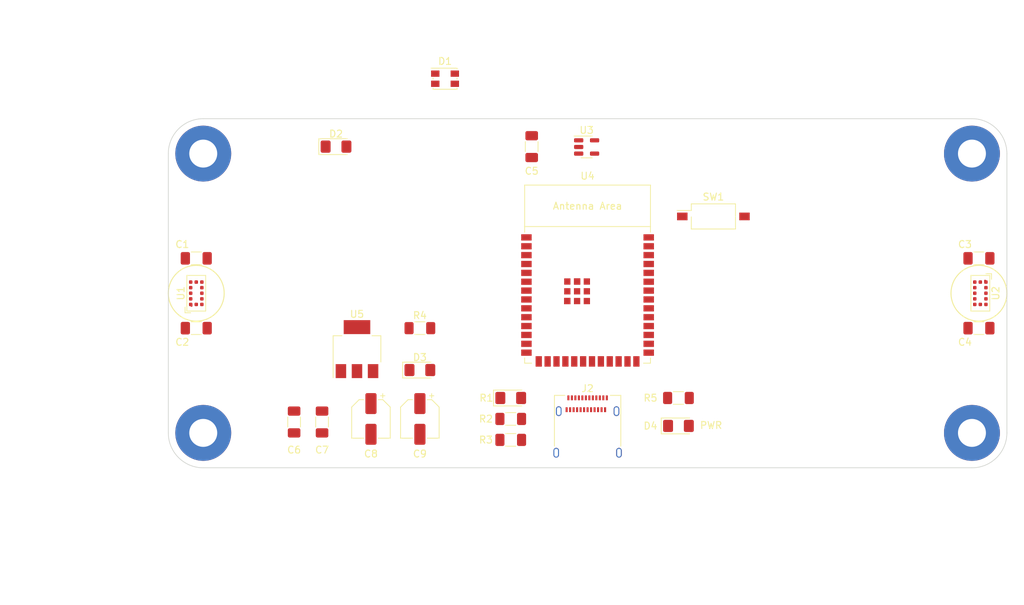
<source format=kicad_pcb>
(kicad_pcb (version 20221018) (generator pcbnew)
  (layers (0 "F.Cu" signal) (31 "B.Cu" power) (34 "B.Paste" user) (35 "F.Paste" user) (36 "B.SilkS" user "B.Silkscreen") (37 "F.SilkS" user "F.Silkscreen") (38 "B.Mask" user) (39 "F.Mask" user) (44 "Edge.Cuts" user))
  (net 0 "")
  (net 1 "+2V8")
  (net 2 "GND")
  (net 3 "VCC")
  (net 17 "Net-(U4-GND-Pad1)")
  (net 56 "+3.3V")
  (net 57 "Net-(D3-K)")
  (net 58 "Net-(D2-A)")
  (net 59 "+5V")
  (net 60 "Net-(J2-CC1)")
  (net 61 "D+")
  (net 62 "D-")
  (net 64 "Net-(J2-CC2)")
  (net 66 "Net-(J2-SHIELD)")
  (net 71 "Net-(D4-K)")
  (footprint "MountingHole:MountingHole_4mm_Pad_TopBottom" (layer "F.Cu") (at 105 115)
    (fp_text reference "REF**" hide)
    (fp_text value "MountingHole_4mm_Pad_TopBottom" hide)
    (pad "1" thru_hole circle (at 0 0) (size 4.4 4.4) (drill 4) (layers "*.Cu" "*.Mask"))
    (pad "1" connect circle (at 0 0) (size 8 8) (layers "F.Cu" "F.Mask"))
    (pad "1" connect circle (at 0 0) (size 8 8) (layers "B.Cu" "B.Mask"))
  )
  (footprint "LED_SMD:LED_1206_3216Metric_Pad1.42x1.75mm_HandSolder" (layer "F.Cu") (at 149 110)
    (fp_text reference "R1" (at -3.4875 0) (layer "F.SilkS"))
    (fp_text value "1M")
    (fp_line (start -2.46 -1.135) (end -2.46 1.135) (stroke (width 0.12)) (layer "F.SilkS"))
    (fp_line (start -2.46 1.135) (end 1.6 1.135) (stroke (width 0.12)) (layer "F.SilkS"))
    (fp_line (start 1.6 -1.135) (end -2.46 -1.135) (stroke (width 0.12)) (layer "F.SilkS"))
    (pad "1" smd roundrect (at -1.4875 0) (size 1.425 1.75) (layers "F.Cu" "F.Paste" "F.Mask") (roundrect_rratio 0.175439) (net 66 "Net-(J2-SHIELD)"))
    (pad "2" smd roundrect (at 1.4875 0) (size 1.425 1.75) (layers "F.Cu" "F.Paste" "F.Mask") (roundrect_rratio 0.175439) (net 2 "GND"))
  )
  (footprint "Capacitor_SMD:C_1206_3216Metric_Pad1.33x1.80mm_HandSolder" (layer "F.Cu") (at 118 113.4375 90)
    (fp_text reference "C6" (at -4 0 180) (layer "F.SilkS"))
    (fp_text value "100nF")
    (fp_line (start -0.711252 -0.91) (end 0.711252 -0.91) (stroke (width 0.12)) (layer "F.SilkS"))
    (fp_line (start -0.711252 0.91) (end 0.711252 0.91) (stroke (width 0.12)) (layer "F.SilkS"))
    (pad "1" smd roundrect (at -1.5625 0 90) (size 1.325 1.8) (layers "F.Cu" "F.Paste" "F.Mask") (roundrect_rratio 0.188679) (net 56 "+3.3V"))
    (pad "2" smd roundrect (at 1.5625 0 90) (size 1.325 1.8) (layers "F.Cu" "F.Paste" "F.Mask") (roundrect_rratio 0.188679) (net 2 "GND"))
  )
  (footprint "Sensor_Distance:ST_VL53L1x" (layer "F.Cu") (at 104 95 90)
    (fp_text reference "U1" (at 0 -2.2 90) (layer "F.SilkS"))
    (fp_text value "VL53L0CXV0DH1")
    (fp_line (start -2.8 -1.6) (end -2 -1.6) (stroke (width 0.12)) (layer "F.SilkS"))
    (fp_line (start -2.8 -0.8) (end -2.8 -1.6) (stroke (width 0.12)) (layer "F.SilkS"))
    (fp_line (start -2.55 -1.35) (end -2.55 1.35) (stroke (width 0.12)) (layer "F.SilkS"))
    (fp_line (start -2.55 1.35) (end 2.55 1.35) (stroke (width 0.12)) (layer "F.SilkS"))
    (fp_line (start 2.55 -1.35) (end -2.55 -1.35) (stroke (width 0.12)) (layer "F.SilkS"))
    (fp_line (start 2.55 1.35) (end 2.55 -1.35) (stroke (width 0.12)) (layer "F.SilkS"))
    (pad "1" smd roundrect (at -1.74 -0.675 90) (size 0.38 0.25) (layers "F.Cu" "F.Paste" "F.Mask") (net 1 "+2V8"))
    (pad "1" smd roundrect (at -1.6 -0.8 90) (size 0.5 0.5) (layers "F.Cu" "F.Paste" "F.Mask") (net 1 "+2V8"))
    (pad "2" smd roundrect (at -0.8 -0.8 90) (size 0.5 0.5) (layers "F.Cu" "F.Paste" "F.Mask") (net 2 "GND"))
    (pad "3" smd roundrect (at 0 -0.8 90) (size 0.5 0.5) (layers "F.Cu" "F.Paste" "F.Mask") (net 2 "GND"))
    (pad "4" smd roundrect (at 0.8 -0.8 90) (size 0.5 0.5) (layers "F.Cu" "F.Paste" "F.Mask") (net 2 "GND"))
    (pad "5" smd roundrect (at 1.6 -0.8 90) (size 0.5 0.5) (layers "F.Cu" "F.Paste" "F.Mask"))
    (pad "6" smd roundrect (at 1.6 0 90) (size 0.5 0.5) (layers "F.Cu" "F.Paste" "F.Mask") (net 2 "GND"))
    (pad "7" smd roundrect (at 1.6 0.8 90) (size 0.5 0.5) (layers "F.Cu" "F.Paste" "F.Mask"))
    (pad "8" smd roundrect (at 0.8 0.8 90) (size 0.5 0.5) (layers "F.Cu" "F.Paste" "F.Mask"))
    (pad "9" smd roundrect (at 0 0.8 90) (size 0.5 0.5) (layers "F.Cu" "F.Paste" "F.Mask"))
    (pad "10" smd roundrect (at -0.8 0.8 90) (size 0.5 0.5) (layers "F.Cu" "F.Paste" "F.Mask"))
    (pad "11" smd roundrect (at -1.6 0.8 90) (size 0.5 0.5) (layers "F.Cu" "F.Paste" "F.Mask") (net 1 "+2V8"))
    (pad "12" smd roundrect (at -1.6 0 90) (size 0.5 0.5) (layers "F.Cu" "F.Paste" "F.Mask") (net 2 "GND"))
  )
  (footprint "Capacitor_SMD:C_1206_3216Metric_Pad1.33x1.80mm_HandSolder" (layer "F.Cu") (at 104 90)
    (fp_text reference "C1" (at -2 -2) (layer "F.SilkS"))
    (fp_text value "1uF")
    (fp_line (start -0.711252 -0.91) (end 0.711252 -0.91) (stroke (width 0.12)) (layer "F.SilkS"))
    (fp_line (start -0.711252 0.91) (end 0.711252 0.91) (stroke (width 0.12)) (layer "F.SilkS"))
    (pad "1" smd roundrect (at -1.5625 0) (size 1.325 1.8) (layers "F.Cu" "F.Paste" "F.Mask") (roundrect_rratio 0.188679) (net 1 "+2V8"))
    (pad "2" smd roundrect (at 1.5625 0) (size 1.325 1.8) (layers "F.Cu" "F.Paste" "F.Mask") (roundrect_rratio 0.188679) (net 2 "GND"))
  )
  (footprint "Sensor_Distance:ST_VL53L1x" (layer "F.Cu") (at 216.2 95 -90)
    (fp_text reference "U2" (at 0 -2.2 90) (layer "F.SilkS"))
    (fp_text value "VL53L0CXV0DH1")
    (fp_line (start -2.8 -1.6) (end -2 -1.6) (stroke (width 0.12)) (layer "F.SilkS"))
    (fp_line (start -2.8 -0.8) (end -2.8 -1.6) (stroke (width 0.12)) (layer "F.SilkS"))
    (fp_line (start -2.55 -1.35) (end -2.55 1.35) (stroke (width 0.12)) (layer "F.SilkS"))
    (fp_line (start -2.55 1.35) (end 2.55 1.35) (stroke (width 0.12)) (layer "F.SilkS"))
    (fp_line (start 2.55 -1.35) (end -2.55 -1.35) (stroke (width 0.12)) (layer "F.SilkS"))
    (fp_line (start 2.55 1.35) (end 2.55 -1.35) (stroke (width 0.12)) (layer "F.SilkS"))
    (pad "1" smd roundrect (at -1.74 -0.675 270) (size 0.38 0.25) (layers "F.Cu" "F.Paste" "F.Mask") (net 1 "+2V8"))
    (pad "1" smd roundrect (at -1.6 -0.8 270) (size 0.5 0.5) (layers "F.Cu" "F.Paste" "F.Mask") (net 1 "+2V8"))
    (pad "2" smd roundrect (at -0.8 -0.8 270) (size 0.5 0.5) (layers "F.Cu" "F.Paste" "F.Mask") (net 2 "GND"))
    (pad "3" smd roundrect (at 0 -0.8 270) (size 0.5 0.5) (layers "F.Cu" "F.Paste" "F.Mask") (net 2 "GND"))
    (pad "4" smd roundrect (at 0.8 -0.8 270) (size 0.5 0.5) (layers "F.Cu" "F.Paste" "F.Mask") (net 2 "GND"))
    (pad "5" smd roundrect (at 1.6 -0.8 270) (size 0.5 0.5) (layers "F.Cu" "F.Paste" "F.Mask"))
    (pad "6" smd roundrect (at 1.6 0 270) (size 0.5 0.5) (layers "F.Cu" "F.Paste" "F.Mask") (net 2 "GND"))
    (pad "7" smd roundrect (at 1.6 0.8 270) (size 0.5 0.5) (layers "F.Cu" "F.Paste" "F.Mask"))
    (pad "8" smd roundrect (at 0.8 0.8 270) (size 0.5 0.5) (layers "F.Cu" "F.Paste" "F.Mask"))
    (pad "9" smd roundrect (at 0 0.8 270) (size 0.5 0.5) (layers "F.Cu" "F.Paste" "F.Mask"))
    (pad "10" smd roundrect (at -0.8 0.8 270) (size 0.5 0.5) (layers "F.Cu" "F.Paste" "F.Mask"))
    (pad "11" smd roundrect (at -1.6 0.8 270) (size 0.5 0.5) (layers "F.Cu" "F.Paste" "F.Mask") (net 1 "+2V8"))
    (pad "12" smd roundrect (at -1.6 0 270) (size 0.5 0.5) (layers "F.Cu" "F.Paste" "F.Mask") (net 2 "GND"))
  )
  (footprint "Resistor_SMD:R_1206_3216Metric_Pad1.30x1.75mm_HandSolder" (layer "F.Cu") (at 149 113)
    (fp_text reference "R2" (at -3.55 0) (layer "F.SilkS"))
    (fp_text value "5k11")
    (fp_line (start -0.727064 -0.91) (end 0.727064 -0.91) (stroke (width 0.12)) (layer "F.SilkS"))
    (fp_line (start -0.727064 0.91) (end 0.727064 0.91) (stroke (width 0.12)) (layer "F.SilkS"))
    (pad "1" smd roundrect (at -1.55 0) (size 1.3 1.75) (layers "F.Cu" "F.Paste" "F.Mask") (roundrect_rratio 0.192308) (net 60 "Net-(J2-CC1)"))
    (pad "2" smd roundrect (at 1.55 0) (size 1.3 1.75) (layers "F.Cu" "F.Paste" "F.Mask") (roundrect_rratio 0.192308) (net 2 "GND"))
  )
  (footprint "Capacitor_SMD:C_1206_3216Metric_Pad1.33x1.80mm_HandSolder" (layer "F.Cu") (at 104 100)
    (fp_text reference "C2" (at -2 2) (layer "F.SilkS"))
    (fp_text value "4.7uF")
    (fp_line (start -0.711252 -0.91) (end 0.711252 -0.91) (stroke (width 0.12)) (layer "F.SilkS"))
    (fp_line (start -0.711252 0.91) (end 0.711252 0.91) (stroke (width 0.12)) (layer "F.SilkS"))
    (pad "1" smd roundrect (at -1.5625 0) (size 1.325 1.8) (layers "F.Cu" "F.Paste" "F.Mask") (roundrect_rratio 0.188679) (net 1 "+2V8"))
    (pad "2" smd roundrect (at 1.5625 0) (size 1.325 1.8) (layers "F.Cu" "F.Paste" "F.Mask") (roundrect_rratio 0.188679) (net 2 "GND"))
  )
  (footprint "Connector_USB:USB_C_Receptacle_Amphenol_12401610E4-2A" (layer "F.Cu") (at 160 115)
    (fp_text reference "J2" (at 0 -6.36) (layer "F.SilkS"))
    (fp_text value "USB_C_Receptacle_USB2.0_16P")
    (fp_line (start -4.75 -5.37) (end -4.75 1.89) (stroke (width 0.12)) (layer "F.SilkS"))
    (fp_line (start -4.75 -5.37) (end -3.25 -5.37) (stroke (width 0.12)) (layer "F.SilkS"))
    (fp_line (start 3.25 -5.37) (end 4.75 -5.37) (stroke (width 0.12)) (layer "F.SilkS"))
    (fp_line (start 4.75 -5.37) (end 4.75 1.89) (stroke (width 0.12)) (layer "F.SilkS"))
    (pad "" np_thru_hole circle (at -3.6 -4.36) (size 0.65 0.65) (drill 0.65) (layers "*.Cu" "*.Mask"))
    (pad "" np_thru_hole oval (at 3.6 -4.36) (size 0.95 0.65) (drill oval 0.95 0.65) (layers "*.Cu" "*.Mask"))
    (pad "A1" smd rect (at -2.75 -5.02) (size 0.3 0.7) (layers "F.Cu" "F.Paste" "F.Mask") (net 2 "GND"))
    (pad "A2" smd rect (at -2.25 -5.02) (size 0.3 0.7) (layers "F.Cu" "F.Paste" "F.Mask"))
    (pad "A3" smd rect (at -1.75 -5.02) (size 0.3 0.7) (layers "F.Cu" "F.Paste" "F.Mask"))
    (pad "A4" smd rect (at -1.25 -5.02) (size 0.3 0.7) (layers "F.Cu" "F.Paste" "F.Mask") (net 59 "+5V"))
    (pad "A5" smd rect (at -0.75 -5.02) (size 0.3 0.7) (layers "F.Cu" "F.Paste" "F.Mask") (net 60 "Net-(J2-CC1)"))
    (pad "A6" smd rect (at -0.25 -5.02) (size 0.3 0.7) (layers "F.Cu" "F.Paste" "F.Mask") (net 61 "D+"))
    (pad "A7" smd rect (at 0.25 -5.02) (size 0.3 0.7) (layers "F.Cu" "F.Paste" "F.Mask") (net 62 "D-"))
    (pad "A8" smd rect (at 0.75 -5.02) (size 0.3 0.7) (layers "F.Cu" "F.Paste" "F.Mask"))
    (pad "A9" smd rect (at 1.25 -5.02) (size 0.3 0.7) (layers "F.Cu" "F.Paste" "F.Mask") (net 59 "+5V"))
    (pad "A10" smd rect (at 1.75 -5.02) (size 0.3 0.7) (layers "F.Cu" "F.Paste" "F.Mask"))
    (pad "A11" smd rect (at 2.25 -5.02) (size 0.3 0.7) (layers "F.Cu" "F.Paste" "F.Mask"))
    (pad "A12" smd rect (at 2.75 -5.02) (size 0.3 0.7) (layers "F.Cu" "F.Paste" "F.Mask") (net 2 "GND"))
    (pad "B1" smd rect (at 2.5 -3.32) (size 0.3 0.7) (layers "F.Cu" "F.Paste" "F.Mask") (net 2 "GND"))
    (pad "B2" smd rect (at 2 -3.32) (size 0.3 0.7) (layers "F.Cu" "F.Paste" "F.Mask"))
    (pad "B3" smd rect (at 1.5 -3.32) (size 0.3 0.7) (layers "F.Cu" "F.Paste" "F.Mask"))
    (pad "B4" smd rect (at 1 -3.32) (size 0.3 0.7) (layers "F.Cu" "F.Paste" "F.Mask") (net 59 "+5V"))
    (pad "B5" smd rect (at 0.5 -3.32) (size 0.3 0.7) (layers "F.Cu" "F.Paste" "F.Mask") (net 64 "Net-(J2-CC2)"))
    (pad "B6" smd rect (at 0 -3.32) (size 0.3 0.7) (layers "F.Cu" "F.Paste" "F.Mask") (net 61 "D+"))
    (pad "B7" smd rect (at -0.5 -3.32) (size 0.3 0.7) (layers "F.Cu" "F.Paste" "F.Mask") (net 62 "D-"))
    (pad "B8" smd rect (at -1 -3.32) (size 0.3 0.7) (layers "F.Cu" "F.Paste" "F.Mask"))
    (pad "B9" smd rect (at -1.5 -3.32) (size 0.3 0.7) (layers "F.Cu" "F.Paste" "F.Mask") (net 59 "+5V"))
    (pad "B10" smd rect (at -2 -3.32) (size 0.3 0.7) (layers "F.Cu" "F.Paste" "F.Mask"))
    (pad "B11" smd rect (at -2.5 -3.32) (size 0.3 0.7) (layers "F.Cu" "F.Paste" "F.Mask"))
    (pad "B12" smd rect (at -3 -3.32) (size 0.3 0.7) (layers "F.Cu" "F.Paste" "F.Mask") (net 2 "GND"))
    (pad "S1" thru_hole oval (at -4.49 2.84) (size 0.8 1.4) (drill oval 0.5 1.1) (layers "*.Cu" "*.Mask") (net 66 "Net-(J2-SHIELD)"))
    (pad "S1" thru_hole oval (at -4.13 -3.11) (size 0.8 1.4) (drill oval 0.5 1.1) (layers "*.Cu" "*.Mask") (net 66 "Net-(J2-SHIELD)"))
    (pad "S1" thru_hole oval (at 4.13 -3.11) (size 0.8 1.4) (drill oval 0.5 1.1) (layers "*.Cu" "*.Mask") (net 66 "Net-(J2-SHIELD)"))
    (pad "S1" thru_hole oval (at 4.49 2.84) (size 0.8 1.4) (drill oval 0.5 1.1) (layers "*.Cu" "*.Mask") (net 66 "Net-(J2-SHIELD)"))
  )
  (footprint "Capacitor_SMD:CP_Elec_5x5.3" (layer "F.Cu") (at 136 113 -90)
    (fp_text reference "C9" (at 5 0 -180) (layer "F.SilkS"))
    (fp_text value "22uF")
    (fp_line (start -3.625 -1.685) (end -3 -1.685) (stroke (width 0.12)) (layer "F.SilkS"))
    (fp_line (start -3.3125 -1.9975) (end -3.3125 -1.3725) (stroke (width 0.12)) (layer "F.SilkS"))
    (fp_line (start -2.76 -1.695563) (end -2.76 -1.06) (stroke (width 0.12)) (layer "F.SilkS"))
    (fp_line (start -2.76 -1.695563) (end -1.695563 -2.76) (stroke (width 0.12)) (layer "F.SilkS"))
    (fp_line (start -2.76 1.695563) (end -2.76 1.06) (stroke (width 0.12)) (layer "F.SilkS"))
    (fp_line (start -2.76 1.695563) (end -1.695563 2.76) (stroke (width 0.12)) (layer "F.SilkS"))
    (fp_line (start -1.695563 -2.76) (end 2.76 -2.76) (stroke (width 0.12)) (layer "F.SilkS"))
    (fp_line (start -1.695563 2.76) (end 2.76 2.76) (stroke (width 0.12)) (layer "F.SilkS"))
    (fp_line (start 2.76 -2.76) (end 2.76 -1.06) (stroke (width 0.12)) (layer "F.SilkS"))
    (fp_line (start 2.76 2.76) (end 2.76 1.06) (stroke (width 0.12)) (layer "F.SilkS"))
    (pad "1" smd roundrect (at -2.2 0 270) (size 3 1.6) (layers "F.Cu" "F.Paste" "F.Mask") (roundrect_rratio 0.15625) (net 56 "+3.3V"))
    (pad "2" smd roundrect (at 2.2 0 270) (size 3 1.6) (layers "F.Cu" "F.Paste" "F.Mask") (roundrect_rratio 0.15625) (net 2 "GND"))
  )
  (footprint "Button_Switch_SMD:SW_DIP_SPSTx01_Slide_Omron_A6S-110x_W8.9mm_P2.54mm" (layer "F.Cu") (at 178 84)
    (fp_text reference "SW1" (at 0 -2.8) (layer "F.SilkS"))
    (fp_text value "SW_DIP_x01")
    (fp_line (start -5.2 -0.851) (end -3.16 -0.851) (stroke (width 0.12)) (layer "F.SilkS"))
    (fp_line (start -3.16 -1.8) (end -3.16 -0.851) (stroke (width 0.12)) (layer "F.SilkS"))
    (fp_line (start -3.16 -1.8) (end 3.16 -1.8) (stroke (width 0.12)) (layer "F.SilkS"))
    (fp_line (start -3.16 0.061) (end -3.16 1.8) (stroke (width 0.12)) (layer "F.SilkS"))
    (fp_line (start -3.16 1.8) (end 3.16 1.8) (stroke (width 0.12)) (layer "F.SilkS"))
    (fp_line (start 3.16 -1.8) (end 3.16 -0.061) (stroke (width 0.12)) (layer "F.SilkS"))
    (fp_line (start 3.16 0.061) (end 3.16 1.8) (stroke (width 0.12)) (layer "F.SilkS"))
    (pad "1" smd rect (at -4.45 0) (size 1.5 1.1) (layers "F.Cu" "F.Paste" "F.Mask"))
    (pad "2" smd rect (at 4.45 0) (size 1.5 1.1) (layers "F.Cu" "F.Paste" "F.Mask"))
  )
  (footprint "Capacitor_SMD:C_1206_3216Metric_Pad1.33x1.80mm_HandSolder" (layer "F.Cu") (at 216 100)
    (fp_text reference "C4" (at -2 2) (layer "F.SilkS"))
    (fp_text value "4.7uF")
    (fp_line (start -0.711252 -0.91) (end 0.711252 -0.91) (stroke (width 0.12)) (layer "F.SilkS"))
    (fp_line (start -0.711252 0.91) (end 0.711252 0.91) (stroke (width 0.12)) (layer "F.SilkS"))
    (pad "1" smd roundrect (at -1.5625 0) (size 1.325 1.8) (layers "F.Cu" "F.Paste" "F.Mask") (roundrect_rratio 0.188679) (net 1 "+2V8"))
    (pad "2" smd roundrect (at 1.5625 0) (size 1.325 1.8) (layers "F.Cu" "F.Paste" "F.Mask") (roundrect_rratio 0.188679) (net 2 "GND"))
  )
  (footprint "Diode_SMD:D_1206_3216Metric_Pad1.42x1.75mm_HandSolder" (layer "F.Cu") (at 136 106)
    (fp_text reference "D3" (at 0 -1.82) (layer "F.SilkS"))
    (fp_text value "D_Schottky")
    (fp_line (start -2.46 -1.135) (end -2.46 1.135) (stroke (width 0.12)) (layer "F.SilkS"))
    (fp_line (start -2.46 1.135) (end 1.6 1.135) (stroke (width 0.12)) (layer "F.SilkS"))
    (fp_line (start 1.6 -1.135) (end -2.46 -1.135) (stroke (width 0.12)) (layer "F.SilkS"))
    (pad "1" smd roundrect (at -1.4875 0) (size 1.425 1.75) (layers "F.Cu" "F.Paste" "F.Mask") (roundrect_rratio 0.175439) (net 57 "Net-(D3-K)"))
    (pad "2" smd roundrect (at 1.4875 0) (size 1.425 1.75) (layers "F.Cu" "F.Paste" "F.Mask") (roundrect_rratio 0.175439) (net 59 "+5V"))
  )
  (footprint "Package_TO_SOT_SMD:SOT-223-3_TabPin2" (layer "F.Cu") (at 127 103 90)
    (fp_text reference "U5" (at 5 0 180) (layer "F.SilkS"))
    (fp_text value "AMS1117-3.3")
    (fp_line (start -4.1 -3.41) (end 1.91 -3.41) (stroke (width 0.12)) (layer "F.SilkS"))
    (fp_line (start -1.85 3.41) (end 1.91 3.41) (stroke (width 0.12)) (layer "F.SilkS"))
    (fp_line (start 1.91 -3.41) (end 1.91 -2.15) (stroke (width 0.12)) (layer "F.SilkS"))
    (fp_line (start 1.91 3.41) (end 1.91 2.15) (stroke (width 0.12)) (layer "F.SilkS"))
    (pad "1" smd rect (at -3.15 -2.3 90) (size 2 1.5) (layers "F.Cu" "F.Paste" "F.Mask") (net 2 "GND"))
    (pad "2" smd rect (at -3.15 0 90) (size 2 1.5) (layers "F.Cu" "F.Paste" "F.Mask") (net 56 "+3.3V"))
    (pad "2" smd rect (at 3.15 0 90) (size 2 3.8) (layers "F.Cu" "F.Paste" "F.Mask") (net 56 "+3.3V"))
    (pad "3" smd rect (at -3.15 2.3 90) (size 2 1.5) (layers "F.Cu" "F.Paste" "F.Mask") (net 57 "Net-(D3-K)"))
  )
  (footprint "LED_SMD:LED_1206_3216Metric_Pad1.42x1.75mm_HandSolder" (layer "F.Cu") (at 173 114)
    (fp_text reference "D4" (at -4 0) (layer "F.SilkS"))
    (fp_text value "LED")
    (fp_line (start -2.46 -1.135) (end -2.46 1.135) (stroke (width 0.12)) (layer "F.SilkS"))
    (fp_line (start -2.46 1.135) (end 1.6 1.135) (stroke (width 0.12)) (layer "F.SilkS"))
    (fp_line (start 1.6 -1.135) (end -2.46 -1.135) (stroke (width 0.12)) (layer "F.SilkS"))
    (pad "1" smd roundrect (at -1.4875 0) (size 1.425 1.75) (layers "F.Cu" "F.Paste" "F.Mask") (roundrect_rratio 0.175439) (net 71 "Net-(D4-K)"))
    (pad "2" smd roundrect (at 1.4875 0) (size 1.425 1.75) (layers "F.Cu" "F.Paste" "F.Mask") (roundrect_rratio 0.175439) (net 2 "GND"))
  )
  (footprint "MountingHole:MountingHole_4mm_Pad_TopBottom" (layer "F.Cu") (at 215 115)
    (fp_text reference "REF**" hide)
    (fp_text value "MountingHole_4mm_Pad_TopBottom" hide)
    (pad "1" thru_hole circle (at 0 0) (size 4.4 4.4) (drill 4) (layers "*.Cu" "*.Mask"))
    (pad "1" connect circle (at 0 0) (size 8 8) (layers "F.Cu" "F.Mask"))
    (pad "1" connect circle (at 0 0) (size 8 8) (layers "B.Cu" "B.Mask"))
  )
  (footprint "Capacitor_SMD:C_1206_3216Metric_Pad1.33x1.80mm_HandSolder" (layer "F.Cu") (at 216 90)
    (fp_text reference "C3" (at -2 -2) (layer "F.SilkS"))
    (fp_text value "1uF")
    (fp_line (start -0.711252 -0.91) (end 0.711252 -0.91) (stroke (width 0.12)) (layer "F.SilkS"))
    (fp_line (start -0.711252 0.91) (end 0.711252 0.91) (stroke (width 0.12)) (layer "F.SilkS"))
    (pad "1" smd roundrect (at -1.5625 0) (size 1.325 1.8) (layers "F.Cu" "F.Paste" "F.Mask") (roundrect_rratio 0.188679) (net 1 "+2V8"))
    (pad "2" smd roundrect (at 1.5625 0) (size 1.325 1.8) (layers "F.Cu" "F.Paste" "F.Mask") (roundrect_rratio 0.188679) (net 2 "GND"))
  )
  (footprint "Capacitor_SMD:C_1206_3216Metric_Pad1.33x1.80mm_HandSolder" (layer "F.Cu") (at 152 74 -90)
    (fp_text reference "C5" (at 3.5 0 -180) (layer "F.SilkS"))
    (fp_text value "1uF")
    (fp_line (start -0.711252 -0.91) (end 0.711252 -0.91) (stroke (width 0.12)) (layer "F.SilkS"))
    (fp_line (start -0.711252 0.91) (end 0.711252 0.91) (stroke (width 0.12)) (layer "F.SilkS"))
    (pad "1" smd roundrect (at -1.5625 0 270) (size 1.325 1.8) (layers "F.Cu" "F.Paste" "F.Mask") (roundrect_rratio 0.188679) (net 3 "VCC"))
    (pad "2" smd roundrect (at 1.5625 0 270) (size 1.325 1.8) (layers "F.Cu" "F.Paste" "F.Mask") (roundrect_rratio 0.188679) (net 2 "GND"))
  )
  (footprint "MountingHole:MountingHole_4mm_Pad_TopBottom" (layer "F.Cu") (at 215 75)
    (fp_text reference "REF**" hide)
    (fp_text value "MountingHole_4mm_Pad_TopBottom" hide)
    (pad "1" thru_hole circle (at 0 0) (size 4.4 4.4) (drill 4) (layers "*.Cu" "*.Mask"))
    (pad "1" connect circle (at 0 0) (size 8 8) (layers "F.Cu" "F.Mask"))
    (pad "1" connect circle (at 0 0) (size 8 8) (layers "B.Cu" "B.Mask"))
  )
  (footprint "Resistor_SMD:R_1206_3216Metric_Pad1.30x1.75mm_HandSolder" (layer "F.Cu") (at 173 110)
    (fp_text reference "R5" (at -4 0) (layer "F.SilkS"))
    (fp_text value "R")
    (fp_line (start -0.727064 -0.91) (end 0.727064 -0.91) (stroke (width 0.12)) (layer "F.SilkS"))
    (fp_line (start -0.727064 0.91) (end 0.727064 0.91) (stroke (width 0.12)) (layer "F.SilkS"))
    (pad "1" smd roundrect (at -1.55 0) (size 1.3 1.75) (layers "F.Cu" "F.Paste" "F.Mask") (roundrect_rratio 0.192308) (net 59 "+5V"))
    (pad "2" smd roundrect (at 1.55 0) (size 1.3 1.75) (layers "F.Cu" "F.Paste" "F.Mask") (roundrect_rratio 0.192308) (net 71 "Net-(D4-K)"))
  )
  (footprint "Capacitor_SMD:CP_Elec_5x5.3" (layer "F.Cu") (at 129 113 -90)
    (fp_text reference "C8" (at 5 0 -180) (layer "F.SilkS"))
    (fp_text value "10uF")
    (fp_line (start -3.625 -1.685) (end -3 -1.685) (stroke (width 0.12)) (layer "F.SilkS"))
    (fp_line (start -3.3125 -1.9975) (end -3.3125 -1.3725) (stroke (width 0.12)) (layer "F.SilkS"))
    (fp_line (start -2.76 -1.695563) (end -2.76 -1.06) (stroke (width 0.12)) (layer "F.SilkS"))
    (fp_line (start -2.76 -1.695563) (end -1.695563 -2.76) (stroke (width 0.12)) (layer "F.SilkS"))
    (fp_line (start -2.76 1.695563) (end -2.76 1.06) (stroke (width 0.12)) (layer "F.SilkS"))
    (fp_line (start -2.76 1.695563) (end -1.695563 2.76) (stroke (width 0.12)) (layer "F.SilkS"))
    (fp_line (start -1.695563 -2.76) (end 2.76 -2.76) (stroke (width 0.12)) (layer "F.SilkS"))
    (fp_line (start -1.695563 2.76) (end 2.76 2.76) (stroke (width 0.12)) (layer "F.SilkS"))
    (fp_line (start 2.76 -2.76) (end 2.76 -1.06) (stroke (width 0.12)) (layer "F.SilkS"))
    (fp_line (start 2.76 2.76) (end 2.76 1.06) (stroke (width 0.12)) (layer "F.SilkS"))
    (pad "1" smd roundrect (at -2.2 0 270) (size 3 1.6) (layers "F.Cu" "F.Paste" "F.Mask") (roundrect_rratio 0.15625) (net 57 "Net-(D3-K)"))
    (pad "2" smd roundrect (at 2.2 0 270) (size 3 1.6) (layers "F.Cu" "F.Paste" "F.Mask") (roundrect_rratio 0.15625) (net 2 "GND"))
  )
  (footprint "PCM_Espressif:ESP32-S3-WROOM-1" (layer "F.Cu") (at 159.995 95.26)
    (fp_text reference "U4" (at 0 -17.05) (layer "F.SilkS"))
    (fp_text value "ESP32-S3-WROOM-1")
    (fp_text user "Antenna Area" (at 0 -12.75) (layer "F.SilkS"))
    (fp_line (start -9 -15.75) (end -9 -9) (stroke (width 0.12)) (layer "F.SilkS"))
    (fp_line (start -9 -15.75) (end 9 -15.75) (stroke (width 0.12)) (layer "F.SilkS"))
    (fp_line (start -9 9) (end -9 9.75) (stroke (width 0.12)) (layer "F.SilkS"))
    (fp_line (start -9 9.75) (end -8 9.75) (stroke (width 0.12)) (layer "F.SilkS"))
    (fp_line (start 9 -15.75) (end 9 -9) (stroke (width 0.12)) (layer "F.SilkS"))
    (fp_line (start 9 -9.81) (end -9 -9.81) (stroke (width 0.12)) (layer "F.SilkS"))
    (fp_line (start 9 9) (end 9 9.75) (stroke (width 0.12)) (layer "F.SilkS"))
    (fp_line (start 9 9.75) (end 8 9.75) (stroke (width 0.12)) (layer "F.SilkS"))
    (pad "1" smd rect (at -8.75 -8.26) (size 1.5 0.9) (layers "F.Cu" "F.Paste" "F.Mask") (net 17 "Net-(U4-GND-Pad1)"))
    (pad "2" smd rect (at -8.75 -6.99) (size 1.5 0.9) (layers "F.Cu" "F.Paste" "F.Mask"))
    (pad "3" smd rect (at -8.75 -5.72) (size 1.5 0.9) (layers "F.Cu" "F.Paste" "F.Mask"))
    (pad "4" smd rect (at -8.75 -4.45) (size 1.5 0.9) (layers "F.Cu" "F.Paste" "F.Mask"))
    (pad "5" smd rect (at -8.75 -3.18) (size 1.5 0.9) (layers "F.Cu" "F.Paste" "F.Mask"))
    (pad "6" smd rect (at -8.75 -1.91) (size 1.5 0.9) (layers "F.Cu" "F.Paste" "F.Mask"))
    (pad "7" smd rect (at -8.75 -0.64) (size 1.5 0.9) (layers "F.Cu" "F.Paste" "F.Mask"))
    (pad "8" smd rect (at -8.75 0.63) (size 1.5 0.9) (layers "F.Cu" "F.Paste" "F.Mask"))
    (pad "9" smd rect (at -8.75 1.9) (size 1.5 0.9) (layers "F.Cu" "F.Paste" "F.Mask"))
    (pad "10" smd rect (at -8.75 3.17) (size 1.5 0.9) (layers "F.Cu" "F.Paste" "F.Mask"))
    (pad "11" smd rect (at -8.75 4.44) (size 1.5 0.9) (layers "F.Cu" "F.Paste" "F.Mask"))
    (pad "12" smd rect (at -8.75 5.71) (size 1.5 0.9) (layers "F.Cu" "F.Paste" "F.Mask"))
    (pad "13" smd rect (at -8.75 6.98) (size 1.5 0.9) (layers "F.Cu" "F.Paste" "F.Mask"))
    (pad "14" smd rect (at -8.75 8.25) (size 1.5 0.9) (layers "F.Cu" "F.Paste" "F.Mask"))
    (pad "15" smd rect (at -6.985 9.5 90) (size 1.5 0.9) (layers "F.Cu" "F.Paste" "F.Mask"))
    (pad "16" smd rect (at -5.715 9.5 90) (size 1.5 0.9) (layers "F.Cu" "F.Paste" "F.Mask"))
    (pad "17" smd rect (at -4.445 9.5 90) (size 1.5 0.9) (layers "F.Cu" "F.Paste" "F.Mask"))
    (pad "18" smd rect (at -3.175 9.5 90) (size 1.5 0.9) (layers "F.Cu" "F.Paste" "F.Mask"))
    (pad "19" smd rect (at -1.905 9.5 90) (size 1.5 0.9) (layers "F.Cu" "F.Paste" "F.Mask"))
    (pad "20" smd rect (at -0.635 9.5 90) (size 1.5 0.9) (layers "F.Cu" "F.Paste" "F.Mask"))
    (pad "21" smd rect (at 0.635 9.5 90) (size 1.5 0.9) (layers "F.Cu" "F.Paste" "F.Mask"))
    (pad "22" smd rect (at 1.905 9.5 90) (size 1.5 0.9) (layers "F.Cu" "F.Paste" "F.Mask"))
    (pad "23" smd rect (at 3.175 9.5 90) (size 1.5 0.9) (layers "F.Cu" "F.Paste" "F.Mask"))
    (pad "24" smd rect (at 4.445 9.5 90) (size 1.5 0.9) (layers "F.Cu" "F.Paste" "F.Mask"))
    (pad "25" smd rect (at 5.715 9.5 90) (size 1.5 0.9) (layers "F.Cu" "F.Paste" "F.Mask"))
    (pad "26" smd rect (at 6.985 9.5 90) (size 1.5 0.9) (layers "F.Cu" "F.Paste" "F.Mask"))
    (pad "27" smd rect (at 8.75 8.25 180) (size 1.5 0.9) (layers "F.Cu" "F.Paste" "F.Mask"))
    (pad "28" smd rect (at 8.75 6.98 180) (size 1.5 0.9) (layers "F.Cu" "F.Paste" "F.Mask"))
    (pad "29" smd rect (at 8.75 5.71 180) (size 1.5 0.9) (layers "F.Cu" "F.Paste" "F.Mask"))
    (pad "30" smd rect (at 8.75 4.44 180) (size 1.5 0.9) (layers "F.Cu" "F.Paste" "F.Mask"))
    (pad "31" smd rect (at 8.75 3.17 180) (size 1.5 0.9) (layers "F.Cu" "F.Paste" "F.Mask"))
    (pad "32" smd rect (at 8.75 1.9 180) (size 1.5 0.9) (layers "F.Cu" "F.Paste" "F.Mask"))
    (pad "33" smd rect (at 8.75 0.63 180) (size 1.5 0.9) (layers "F.Cu" "F.Paste" "F.Mask"))
    (pad "34" smd rect (at 8.75 -0.64 180) (size 1.5 0.9) (layers "F.Cu" "F.Paste" "F.Mask"))
    (pad "35" smd rect (at 8.75 -1.91 180) (size 1.5 0.9) (layers "F.Cu" "F.Paste" "F.Mask"))
    (pad "36" smd rect (at 8.75 -3.18 180) (size 1.5 0.9) (layers "F.Cu" "F.Paste" "F.Mask"))
    (pad "37" smd rect (at 8.75 -4.45 180) (size 1.5 0.9) (layers "F.Cu" "F.Paste" "F.Mask"))
    (pad "38" smd rect (at 8.75 -5.72 180) (size 1.5 0.9) (layers "F.Cu" "F.Paste" "F.Mask"))
    (pad "39" smd rect (at 8.75 -6.99 180) (size 1.5 0.9) (layers "F.Cu" "F.Paste" "F.Mask"))
    (pad "40" smd rect (at 8.75 -8.26 180) (size 1.5 0.9) (layers "F.Cu" "F.Paste" "F.Mask") (net 17 "Net-(U4-GND-Pad1)"))
    (pad "41" smd rect (at -2.9 -1.94 180) (size 0.9 0.9) (layers "F.Cu" "F.Paste" "F.Mask") (net 17 "Net-(U4-GND-Pad1)"))
    (pad "41" smd rect (at -2.9 -0.54 180) (size 0.9 0.9) (layers "F.Cu" "F.Paste" "F.Mask") (net 17 "Net-(U4-GND-Pad1)"))
    (pad "41" smd rect (at -2.9 0.86 180) (size 0.9 0.9) (layers "F.Cu" "F.Paste" "F.Mask") (net 17 "Net-(U4-GND-Pad1)"))
    (pad "41" smd rect (at -2.9 0.86 180) (size 0.9 0.9) (layers "F.Cu" "F.Paste" "F.Mask") (net 17 "Net-(U4-GND-Pad1)"))
    (pad "41" smd rect (at -1.5 -1.94 180) (size 0.9 0.9) (layers "F.Cu" "F.Paste" "F.Mask") (net 17 "Net-(U4-GND-Pad1)"))
    (pad "41" smd rect (at -1.5 -1.94 180) (size 0.9 0.9) (layers "F.Cu" "F.Paste" "F.Mask") (net 17 "Net-(U4-GND-Pad1)"))
    (pad "41" smd rect (at -1.5 -0.54 180) (size 0.9 0.9) (layers "F.Cu" "F.Paste" "F.Mask") (net 17 "Net-(U4-GND-Pad1)"))
    (pad "41" smd rect (at -1.5 0.86 180) (size 0.9 0.9) (layers "F.Cu" "F.Paste" "F.Mask") (net 17 "Net-(U4-GND-Pad1)"))
    (pad "41" smd rect (at -0.1 -1.94 180) (size 0.9 0.9) (layers "F.Cu" "F.Paste" "F.Mask") (net 17 "Net-(U4-GND-Pad1)"))
    (pad "41" smd rect (at -0.1 -0.54 180) (size 0.9 0.9) (layers "F.Cu" "F.Paste" "F.Mask") (net 17 "Net-(U4-GND-Pad1)"))
    (pad "41" smd rect (at -0.1 0.86 180) (size 0.9 0.9) (layers "F.Cu" "F.Paste" "F.Mask") (net 17 "Net-(U4-GND-Pad1)"))
  )
  (footprint "Resistor_SMD:R_1206_3216Metric_Pad1.30x1.75mm_HandSolder" (layer "F.Cu") (at 136 100)
    (fp_text reference "R4" (at 0 -1.82) (layer "F.SilkS"))
    (fp_text value "5k1")
    (fp_line (start -0.727064 -0.91) (end 0.727064 -0.91) (stroke (width 0.12)) (layer "F.SilkS"))
    (fp_line (start -0.727064 0.91) (end 0.727064 0.91) (stroke (width 0.12)) (layer "F.SilkS"))
    (pad "1" smd roundrect (at -1.55 0) (size 1.3 1.75) (layers "F.Cu" "F.Paste" "F.Mask") (roundrect_rratio 0.192308) (net 56 "+3.3V"))
    (pad "2" smd roundrect (at 1.55 0) (size 1.3 1.75) (layers "F.Cu" "F.Paste" "F.Mask") (roundrect_rratio 0.192308) (net 58 "Net-(D2-A)"))
  )
  (footprint "Package_TO_SOT_SMD:SOT-23-5" (layer "F.Cu") (at 159.8625 74.05)
    (fp_text reference "U3" (at 0 -2.4) (layer "F.SilkS"))
    (fp_text value "AP2127K-2.8")
    (fp_line (start 0 -1.56) (end -1.8 -1.56) (stroke (width 0.12)) (layer "F.SilkS"))
    (fp_line (start 0 -1.56) (end 0.8 -1.56) (stroke (width 0.12)) (layer "F.SilkS"))
    (fp_line (start 0 1.56) (end -0.8 1.56) (stroke (width 0.12)) (layer "F.SilkS"))
    (fp_line (start 0 1.56) (end 0.8 1.56) (stroke (width 0.12)) (layer "F.SilkS"))
    (pad "1" smd roundrect (at -1.1375 -0.95) (size 1.325 0.6) (layers "F.Cu" "F.Paste" "F.Mask") (net 3 "VCC"))
    (pad "2" smd roundrect (at -1.1375 0) (size 1.325 0.6) (layers "F.Cu" "F.Paste" "F.Mask") (net 2 "GND"))
    (pad "3" smd roundrect (at -1.1375 0.95) (size 1.325 0.6) (layers "F.Cu" "F.Paste" "F.Mask") (net 3 "VCC"))
    (pad "4" smd roundrect (at 1.1375 0.95) (size 1.325 0.6) (layers "F.Cu" "F.Paste" "F.Mask"))
    (pad "5" smd roundrect (at 1.1375 -0.95) (size 1.325 0.6) (layers "F.Cu" "F.Paste" "F.Mask") (net 1 "+2V8"))
  )
  (footprint "Resistor_SMD:R_1206_3216Metric_Pad1.30x1.75mm_HandSolder" (layer "F.Cu") (at 149 116)
    (fp_text reference "R3" (at -3.55 0) (layer "F.SilkS"))
    (fp_text value "5k11")
    (fp_line (start -0.727064 -0.91) (end 0.727064 -0.91) (stroke (width 0.12)) (layer "F.SilkS"))
    (fp_line (start -0.727064 0.91) (end 0.727064 0.91) (stroke (width 0.12)) (layer "F.SilkS"))
    (pad "1" smd roundrect (at -1.55 0) (size 1.3 1.75) (layers "F.Cu" "F.Paste" "F.Mask") (roundrect_rratio 0.192308) (net 64 "Net-(J2-CC2)"))
    (pad "2" smd roundrect (at 1.55 0) (size 1.3 1.75) (layers "F.Cu" "F.Paste" "F.Mask") (roundrect_rratio 0.192308) (net 2 "GND"))
  )
  (footprint "LED_SMD:LED_1206_3216Metric_Pad1.42x1.75mm_HandSolder" (layer "F.Cu") (at 124 74)
    (fp_text reference "D2" (at 0 -1.82) (layer "F.SilkS"))
    (fp_text value "RED LED")
    (fp_line (start -2.46 -1.135) (end -2.46 1.135) (stroke (width 0.12)) (layer "F.SilkS"))
    (fp_line (start -2.46 1.135) (end 1.6 1.135) (stroke (width 0.12)) (layer "F.SilkS"))
    (fp_line (start 1.6 -1.135) (end -2.46 -1.135) (stroke (width 0.12)) (layer "F.SilkS"))
    (pad "1" smd roundrect (at -1.4875 0) (size 1.425 1.75) (layers "F.Cu" "F.Paste" "F.Mask") (roundrect_rratio 0.175439) (net 2 "GND"))
    (pad "2" smd roundrect (at 1.4875 0) (size 1.425 1.75) (layers "F.Cu" "F.Paste" "F.Mask") (roundrect_rratio 0.175439) (net 58 "Net-(D2-A)"))
  )
  (footprint "LED_SMD:LED_Kingbright_AAA3528ESGCT" (layer "F.Cu") (at 139.6 64.275)
    (fp_text reference "D1" (at 0 -2.5) (layer "F.SilkS"))
    (fp_text value "LED_RBGA")
    (fp_line (start -2 -1.51) (end 1.71 -1.51) (stroke (width 0.12)) (layer "F.SilkS"))
    (fp_line (start -1.71 -0.095) (end -1.71 0.095) (stroke (width 0.12)) (layer "F.SilkS"))
    (fp_line (start -1.71 1.355) (end -1.71 1.51) (stroke (width 0.12)) (layer "F.SilkS"))
    (fp_line (start -1.71 1.51) (end 1.71 1.51) (stroke (width 0.12)) (layer "F.SilkS"))
    (fp_line (start 1.71 -1.355) (end 1.71 -1.51) (stroke (width 0.12)) (layer "F.SilkS"))
    (fp_line (start 1.71 -0.095) (end 1.71 0.095) (stroke (width 0.12)) (layer "F.SilkS"))
    (fp_line (start 1.71 1.355) (end 1.71 1.51) (stroke (width 0.12)) (layer "F.SilkS"))
    (pad "1" smd rect (at -1.4 -0.725) (size 1.2 0.9) (layers "F.Cu" "F.Paste" "F.Mask"))
    (pad "2" smd rect (at 1.4 -0.725) (size 1.2 0.9) (layers "F.Cu" "F.Paste" "F.Mask"))
    (pad "3" smd rect (at 1.4 0.725) (size 1.2 0.9) (layers "F.Cu" "F.Paste" "F.Mask"))
    (pad "4" smd rect (at -1.4 0.725) (size 1.2 0.9) (layers "F.Cu" "F.Paste" "F.Mask"))
  )
  (footprint "Capacitor_SMD:C_1206_3216Metric_Pad1.33x1.80mm_HandSolder" (layer "F.Cu") (at 122 113.4375 90)
    (fp_text reference "C7" (at -4 0 180) (layer "F.SilkS"))
    (fp_text value "100nF")
    (fp_line (start -0.711252 -0.91) (end 0.711252 -0.91) (stroke (width 0.12)) (layer "F.SilkS"))
    (fp_line (start -0.711252 0.91) (end 0.711252 0.91) (stroke (width 0.12)) (layer "F.SilkS"))
    (pad "1" smd roundrect (at -1.5625 0 90) (size 1.325 1.8) (layers "F.Cu" "F.Paste" "F.Mask") (roundrect_rratio 0.188679) (net 57 "Net-(D3-K)"))
    (pad "2" smd roundrect (at 1.5625 0 90) (size 1.325 1.8) (layers "F.Cu" "F.Paste" "F.Mask") (roundrect_rratio 0.188679) (net 2 "GND"))
  )
  (footprint "MountingHole:MountingHole_4mm_Pad_TopBottom" (layer "F.Cu") (at 105 75)
    (fp_text reference "REF**" hide)
    (fp_text value "MountingHole_4mm_Pad_TopBottom" hide)
    (pad "1" thru_hole circle (at 0 0) (size 4.4 4.4) (drill 4) (layers "*.Cu" "*.Mask"))
    (pad "1" connect circle (at 0 0) (size 8 8) (layers "F.Cu" "F.Mask"))
    (pad "1" connect circle (at 0 0) (size 8 8) (layers "B.Cu" "B.Mask"))
  )
  (gr_circle (center 104 95) (end 100 95) (stroke (width 0.15)) (fill none) (layer "F.SilkS"))
  (gr_circle (center 216 95) (end 220 95) (stroke (width 0.15)) (fill none) (layer "F.SilkS"))
  (gr_arc (start 220 115) (mid 218.535534 118.535534) (end 215 120) (stroke (width 0.1)) (layer "Edge.Cuts"))
  (gr_arc (start 105 120) (mid 101.464466 118.535534) (end 100 115) (stroke (width 0.1)) (layer "Edge.Cuts"))
  (gr_line (start 105 120) (end 215 120) (stroke (width 0.1)) (layer "Edge.Cuts"))
  (gr_line (start 220 75) (end 220 115) (stroke (width 0.1)) (layer "Edge.Cuts"))
  (gr_line (start 100 75) (end 100 115) (stroke (width 0.1)) (layer "Edge.Cuts"))
  (gr_line (start 105 70) (end 215 70) (stroke (width 0.1)) (layer "Edge.Cuts"))
  (gr_arc (start 215 70) (mid 218.535534 71.464466) (end 220 75) (stroke (width 0.1)) (layer "Edge.Cuts"))
  (gr_arc (start 100 75) (mid 101.464466 71.464466) (end 105 70) (stroke (width 0.1)) (layer "Edge.Cuts"))
  (gr_text "PWR" (at 176 114.5) (layer "F.SilkS") (effects (font (size 1 1)) (justify left bottom)))
)
</source>
